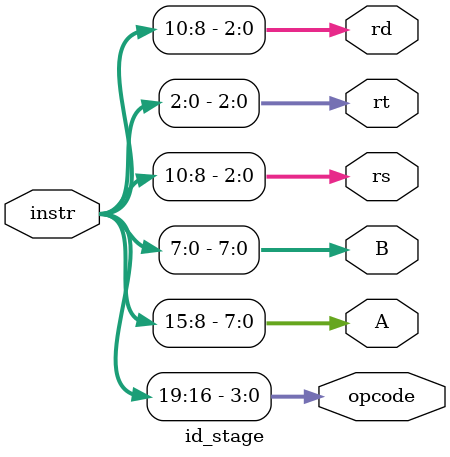
<source format=v>
`timescale 1ns / 1ps


module id_stage (
    input  [19:0] instr,
    output [3:0]  opcode,
    output [7:0]  A,
    output [7:0]  B,
    output [2:0]  rs,
    output [2:0]  rt,
    output [2:0]  rd
);
    assign opcode = instr[19:16];
    assign A      = instr[15:8];
    assign B      = instr[7:0];

    // Simple register mapping
    assign rs = instr[10:8];
    assign rt = instr[2:0];
    assign rd = instr[10:8]; // destination = rs (simplified)
endmodule



</source>
